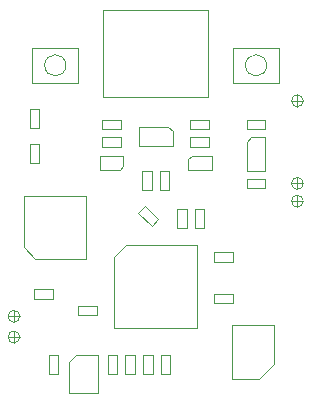
<source format=gbr>
%TF.GenerationSoftware,KiCad,Pcbnew,9.0.6-9.0.6~ubuntu22.04.1*%
%TF.CreationDate,2026-01-23T17:01:36+00:00*%
%TF.ProjectId,rp2040_pico,72703230-3430-45f7-9069-636f2e6b6963,rev?*%
%TF.SameCoordinates,Original*%
%TF.FileFunction,AssemblyDrawing,Top*%
%FSLAX45Y45*%
G04 Gerber Fmt 4.5, Leading zero omitted, Abs format (unit mm)*
G04 Created by KiCad (PCBNEW 9.0.6-9.0.6~ubuntu22.04.1) date 2026-01-23 17:01:36*
%MOMM*%
%LPD*%
G01*
G04 APERTURE LIST*
%ADD10C,0.100000*%
%ADD11C,0.120000*%
G04 APERTURE END LIST*
D10*
%TO.C,R5*%
X-455000Y766250D02*
X-295000Y766250D01*
X-455000Y683750D02*
X-455000Y766250D01*
X-295000Y766250D02*
X-295000Y683750D01*
X-295000Y683750D02*
X-455000Y683750D01*
%TO.C,GS3*%
X-1250000Y-900000D02*
X-1150000Y-900000D01*
X-1200000Y-850000D02*
X-1200000Y-950000D01*
X-1150000Y-900000D02*
G75*
G02*
X-1250000Y-900000I-50000J0D01*
G01*
X-1250000Y-900000D02*
G75*
G02*
X-1150000Y-900000I50000J0D01*
G01*
%TO.C,GS1*%
X1150000Y75000D02*
X1250000Y75000D01*
X1200000Y125000D02*
X1200000Y25000D01*
X1250000Y75000D02*
G75*
G02*
X1150000Y75000I-50000J0D01*
G01*
X1150000Y75000D02*
G75*
G02*
X1250000Y75000I50000J0D01*
G01*
%TO.C,R4*%
X295000Y766250D02*
X455000Y766250D01*
X295000Y683750D02*
X295000Y766250D01*
X455000Y766250D02*
X455000Y683750D01*
X455000Y683750D02*
X295000Y683750D01*
%TO.C,C7*%
X492689Y-707461D02*
X652689Y-707461D01*
X492689Y-787461D02*
X492689Y-707461D01*
X652689Y-707461D02*
X652689Y-787461D01*
X652689Y-787461D02*
X492689Y-787461D01*
%TO.C,U1*%
X347689Y-997461D02*
X-352311Y-997461D01*
X-352311Y-397461D01*
X-252311Y-297461D01*
X347689Y-297461D01*
X347689Y-997461D01*
%TO.C,U4*%
X145000Y665000D02*
X145000Y545000D01*
X-145000Y545000D01*
X-145000Y705000D01*
X105000Y705000D01*
X145000Y665000D01*
%TO.C,C5*%
X332689Y7539D02*
X412689Y7539D01*
X332689Y-152461D02*
X332689Y7539D01*
X412689Y7539D02*
X412689Y-152461D01*
X412689Y-152461D02*
X332689Y-152461D01*
%TO.C,X1*%
X-487500Y-1547500D02*
X-737500Y-1547500D01*
X-737500Y-1290000D01*
X-675000Y-1227500D01*
X-487500Y-1227500D01*
X-487500Y-1547500D01*
%TO.C,C10*%
X-655000Y-810000D02*
X-495000Y-810000D01*
X-655000Y-890000D02*
X-655000Y-810000D01*
X-495000Y-810000D02*
X-495000Y-890000D01*
X-495000Y-890000D02*
X-655000Y-890000D01*
%TO.C,U3*%
X-587311Y-412461D02*
X-1017311Y-412461D01*
X-1117311Y-312461D01*
X-1117311Y117539D01*
X-587311Y117539D01*
X-587311Y-412461D01*
%TO.C,R2*%
X33750Y330000D02*
X116250Y330000D01*
X33750Y170000D02*
X33750Y330000D01*
X116250Y330000D02*
X116250Y170000D01*
X116250Y170000D02*
X33750Y170000D01*
%TO.C,SW2*%
X655000Y1075000D02*
X655000Y1375000D01*
X1045000Y1375000D02*
X655000Y1375000D01*
X1045000Y1375000D02*
X1045000Y1075000D01*
X1045000Y1075000D02*
X655000Y1075000D01*
X940000Y1225000D02*
G75*
G02*
X760000Y1225000I-90000J0D01*
G01*
X760000Y1225000D02*
G75*
G02*
X940000Y1225000I90000J0D01*
G01*
%TO.C,GS2*%
X1150000Y925000D02*
X1250000Y925000D01*
X1200000Y975000D02*
X1200000Y875000D01*
X1250000Y925000D02*
G75*
G02*
X1150000Y925000I-50000J0D01*
G01*
X1150000Y925000D02*
G75*
G02*
X1250000Y925000I50000J0D01*
G01*
%TO.C,R7*%
X295000Y616250D02*
X455000Y616250D01*
X295000Y533750D02*
X295000Y616250D01*
X455000Y616250D02*
X455000Y533750D01*
X455000Y533750D02*
X295000Y533750D01*
%TO.C,C11*%
X-904811Y-1229961D02*
X-824811Y-1229961D01*
X-904811Y-1389961D02*
X-904811Y-1229961D01*
X-824811Y-1229961D02*
X-824811Y-1389961D01*
X-824811Y-1389961D02*
X-904811Y-1389961D01*
%TO.C,R1*%
X-116250Y330000D02*
X-33750Y330000D01*
X-116250Y170000D02*
X-116250Y330000D01*
X-33750Y330000D02*
X-33750Y170000D01*
X-33750Y170000D02*
X-116250Y170000D01*
%TO.C,GS4*%
X-1250000Y-1075000D02*
X-1150000Y-1075000D01*
X-1200000Y-1025000D02*
X-1200000Y-1125000D01*
X-1150000Y-1075000D02*
G75*
G02*
X-1250000Y-1075000I-50000J0D01*
G01*
X-1250000Y-1075000D02*
G75*
G02*
X-1150000Y-1075000I50000J0D01*
G01*
%TO.C,C3*%
X182689Y7539D02*
X262689Y7539D01*
X182689Y-152461D02*
X182689Y7539D01*
X262689Y7539D02*
X262689Y-152461D01*
X262689Y-152461D02*
X182689Y-152461D01*
%TO.C,C12*%
X-404811Y-1229961D02*
X-324811Y-1229961D01*
X-404811Y-1389961D02*
X-404811Y-1229961D01*
X-324811Y-1229961D02*
X-324811Y-1389961D01*
X-324811Y-1389961D02*
X-404811Y-1389961D01*
%TO.C,R6*%
X-256061Y-1229961D02*
X-173561Y-1229961D01*
X-256061Y-1389961D02*
X-256061Y-1229961D01*
X-173561Y-1229961D02*
X-173561Y-1389961D01*
X-173561Y-1389961D02*
X-256061Y-1389961D01*
%TO.C,C8*%
X492689Y-357461D02*
X652689Y-357461D01*
X492689Y-437461D02*
X492689Y-357461D01*
X652689Y-357461D02*
X652689Y-437461D01*
X652689Y-437461D02*
X492689Y-437461D01*
%TO.C,J1*%
X447000Y957500D02*
X-447000Y957500D01*
X-447000Y1692500D01*
X447000Y1692500D01*
X447000Y957500D01*
%TO.C,C13*%
X-1065000Y555000D02*
X-985000Y555000D01*
X-1065000Y395000D02*
X-1065000Y555000D01*
X-985000Y555000D02*
X-985000Y395000D01*
X-985000Y395000D02*
X-1065000Y395000D01*
%TO.C,D1*%
X275000Y430000D02*
X275000Y340000D01*
X275000Y340000D02*
X475000Y340000D01*
X305000Y460000D02*
X275000Y430000D01*
X475000Y460000D02*
X305000Y460000D01*
X475000Y340000D02*
X475000Y460000D01*
%TO.C,GS5*%
X1150000Y225000D02*
X1250000Y225000D01*
X1200000Y275000D02*
X1200000Y175000D01*
X1250000Y225000D02*
G75*
G02*
X1150000Y225000I-50000J0D01*
G01*
X1150000Y225000D02*
G75*
G02*
X1250000Y225000I50000J0D01*
G01*
%TO.C,D2*%
X-475000Y460000D02*
X-475000Y340000D01*
X-475000Y340000D02*
X-305000Y340000D01*
X-305000Y340000D02*
X-275000Y370000D01*
X-275000Y460000D02*
X-475000Y460000D01*
X-275000Y370000D02*
X-275000Y460000D01*
%TO.C,C9*%
X-147353Y-21716D02*
X-90784Y34853D01*
X-90784Y34853D02*
X22353Y-78284D01*
X-34216Y-134853D02*
X-147353Y-21716D01*
X22353Y-78284D02*
X-34216Y-134853D01*
%TO.C,C2*%
X770000Y265000D02*
X930000Y265000D01*
X770000Y185000D02*
X770000Y265000D01*
X930000Y265000D02*
X930000Y185000D01*
X930000Y185000D02*
X770000Y185000D01*
%TO.C,C6*%
X-104811Y-1229961D02*
X-24811Y-1229961D01*
X-104811Y-1389961D02*
X-104811Y-1229961D01*
X-24811Y-1229961D02*
X-24811Y-1389961D01*
X-24811Y-1389961D02*
X-104811Y-1389961D01*
%TO.C,SW1*%
X-1045000Y1375000D02*
X-655000Y1375000D01*
X-1045000Y1075000D02*
X-1045000Y1375000D01*
X-1045000Y1075000D02*
X-655000Y1075000D01*
X-655000Y1375000D02*
X-655000Y1075000D01*
X-760000Y1225000D02*
G75*
G02*
X-940000Y1225000I-90000J0D01*
G01*
X-940000Y1225000D02*
G75*
G02*
X-760000Y1225000I90000J0D01*
G01*
%TO.C,U2*%
X930000Y330000D02*
X770000Y330000D01*
X770000Y580000D01*
X810000Y620000D01*
X930000Y620000D01*
X930000Y330000D01*
D11*
%TO.C,J2*%
X643460Y-973400D02*
X999060Y-973400D01*
X643460Y-1430600D02*
X643460Y-973400D01*
X872060Y-1430600D02*
X643460Y-1430600D01*
X999060Y-973400D02*
X999060Y-1303600D01*
X999060Y-1303600D02*
X872060Y-1430600D01*
D10*
%TO.C,R3*%
X-1066250Y855000D02*
X-983750Y855000D01*
X-1066250Y695000D02*
X-1066250Y855000D01*
X-983750Y855000D02*
X-983750Y695000D01*
X-983750Y695000D02*
X-1066250Y695000D01*
%TO.C,R8*%
X-455000Y616250D02*
X-295000Y616250D01*
X-455000Y533750D02*
X-455000Y616250D01*
X-295000Y616250D02*
X-295000Y533750D01*
X-295000Y533750D02*
X-455000Y533750D01*
%TO.C,C4*%
X45189Y-1229961D02*
X125189Y-1229961D01*
X45189Y-1389961D02*
X45189Y-1229961D01*
X125189Y-1229961D02*
X125189Y-1389961D01*
X125189Y-1389961D02*
X45189Y-1389961D01*
%TO.C,R9*%
X-1030050Y-670969D02*
X-870050Y-670969D01*
X-1030050Y-753469D02*
X-1030050Y-670969D01*
X-870050Y-670969D02*
X-870050Y-753469D01*
X-870050Y-753469D02*
X-1030050Y-753469D01*
%TO.C,C1*%
X770000Y765000D02*
X930000Y765000D01*
X770000Y685000D02*
X770000Y765000D01*
X930000Y765000D02*
X930000Y685000D01*
X930000Y685000D02*
X770000Y685000D01*
%TD*%
M02*

</source>
